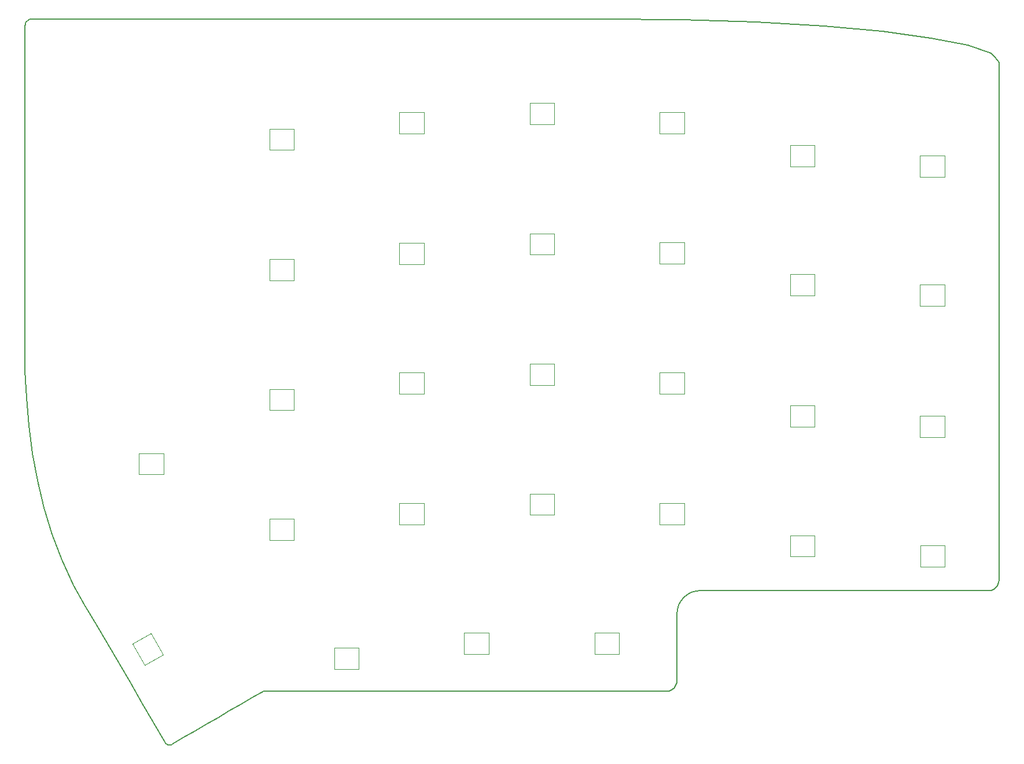
<source format=gm1>
G04 #@! TF.GenerationSoftware,KiCad,Pcbnew,(5.99.0-12610-g07e01e6297)*
G04 #@! TF.CreationDate,2022-01-25T15:54:24+00:00*
G04 #@! TF.ProjectId,Lily58,4c696c79-3538-42e6-9b69-6361645f7063,rev?*
G04 #@! TF.SameCoordinates,Original*
G04 #@! TF.FileFunction,Profile,NP*
%FSLAX46Y46*%
G04 Gerber Fmt 4.6, Leading zero omitted, Abs format (unit mm)*
G04 Created by KiCad (PCBNEW (5.99.0-12610-g07e01e6297)) date 2022-01-25 15:54:24*
%MOMM*%
%LPD*%
G01*
G04 APERTURE LIST*
G04 #@! TA.AperFunction,Profile*
%ADD10C,0.200000*%
G04 #@! TD*
G04 #@! TA.AperFunction,Profile*
%ADD11C,0.120000*%
G04 #@! TD*
G04 APERTURE END LIST*
D10*
X104803877Y-37086762D02*
X94400000Y-37086762D01*
X82937528Y-82285296D02*
X82937528Y-75978362D01*
X82937528Y-75978362D02*
X82937528Y-69671429D01*
X82937528Y-88592229D02*
X82937528Y-82285296D01*
X177658308Y-135255660D02*
X177403500Y-135393876D01*
X83776462Y-37108075D02*
X83988210Y-37086762D01*
X93344258Y-125721062D02*
X95019952Y-128587381D01*
X224544152Y-120671952D02*
X224262495Y-120759288D01*
X162080304Y-135511658D02*
X169449826Y-135511658D01*
X225460000Y-71881623D02*
X225460000Y-81363245D01*
X112835230Y-138421062D02*
X114510925Y-137450923D01*
X111159536Y-139391201D02*
X112835230Y-138421062D01*
X94400000Y-37086762D02*
X83988210Y-37086762D01*
X91668563Y-122854742D02*
X93344258Y-125721062D01*
X178319348Y-130379933D02*
X178319348Y-131597973D01*
X89992869Y-119988423D02*
X91668563Y-122854742D01*
X178319348Y-124289735D02*
X178390391Y-123583911D01*
X225459999Y-119289735D02*
X225429552Y-119592231D01*
X125619545Y-37086762D02*
X115211711Y-37086762D01*
X125232695Y-135511658D02*
X132602217Y-135511658D01*
X225460000Y-100326490D02*
X225460000Y-109808112D01*
X181113524Y-120860778D02*
X181819348Y-120789735D01*
X225204001Y-120128696D02*
X225020912Y-120350648D01*
X225460000Y-109808112D02*
X225460000Y-119289735D01*
X218692418Y-120789735D02*
X223959999Y-120789735D01*
X103714328Y-143322532D02*
X103842470Y-143386445D01*
X197622092Y-120789735D02*
X202889673Y-120789735D01*
X224798960Y-120533736D02*
X224544152Y-120671952D01*
X103491837Y-143088150D02*
X103597295Y-143222884D01*
X208157255Y-120789735D02*
X213424836Y-120789735D01*
X82959523Y-37925015D02*
X83020657Y-37727855D01*
X215525697Y-39885159D02*
X208420758Y-38945561D01*
X224900000Y-42700000D02*
X225460000Y-43436755D01*
X178319348Y-134011658D02*
X178288901Y-134314154D01*
X101722730Y-140052659D02*
X103398425Y-142918979D01*
X225460000Y-43436755D02*
X225460000Y-52918378D01*
X83020657Y-37727855D02*
X83117409Y-37549489D01*
X84020972Y-100690825D02*
X84747083Y-104695246D01*
X225460000Y-62400000D02*
X225460000Y-71881623D01*
X88291758Y-116318073D02*
X89992869Y-119988423D01*
X139971738Y-135511658D02*
X147341260Y-135511658D01*
X178390391Y-123583911D02*
X178594174Y-122926713D01*
X178916678Y-122332160D02*
X179343884Y-121814271D01*
X178319348Y-124289735D02*
X178319348Y-125507775D01*
X208420758Y-38945561D02*
X199807654Y-38170488D01*
X189919538Y-37585374D02*
X178989563Y-37215654D01*
X116186619Y-136480784D02*
X117862313Y-135510645D01*
X156843047Y-37086762D02*
X146435213Y-37086762D01*
X178063349Y-134850619D02*
X177880261Y-135072571D01*
X147341260Y-135511658D02*
X154710782Y-135511658D01*
X177880261Y-135072571D02*
X177658308Y-135255660D01*
X224262495Y-120759288D02*
X223959999Y-120789735D01*
X104130206Y-143404468D02*
X104288864Y-143357278D01*
X224900000Y-42700000D02*
X224278471Y-42156190D01*
X82937528Y-50750629D02*
X82937528Y-44443695D01*
X82937528Y-44443695D02*
X82937528Y-38136762D01*
X178319348Y-127943854D02*
X178319348Y-129161894D01*
X107808147Y-141331479D02*
X109483841Y-140361340D01*
X225429552Y-119592231D02*
X225342217Y-119873887D01*
X132602217Y-135511658D02*
X139971738Y-135511658D01*
X83245570Y-37394123D02*
X83400937Y-37265961D01*
X82937528Y-38136762D02*
X82959523Y-37925015D01*
X220889319Y-40963847D02*
X215525697Y-39885159D01*
X95019952Y-128587381D02*
X96695647Y-131453701D01*
X178319348Y-131597973D02*
X178319348Y-132816013D01*
X225020912Y-120350648D02*
X224798960Y-120533736D01*
X178319348Y-126725814D02*
X178319348Y-127943854D01*
X213424836Y-120789735D02*
X218692418Y-120789735D01*
X178594174Y-122926713D02*
X178916678Y-122332160D01*
X225342217Y-119873887D02*
X225204001Y-120128696D01*
X167250881Y-37086762D02*
X156843047Y-37086762D01*
X180456326Y-121064561D02*
X181113524Y-120860778D01*
X83135690Y-92617561D02*
X83490297Y-96657663D01*
X103597295Y-143222884D02*
X103714328Y-143322532D01*
X117862313Y-135510645D02*
X125232695Y-135511658D01*
X109483841Y-140361340D02*
X111159536Y-139391201D01*
X225460000Y-81363245D02*
X225460000Y-90844867D01*
X96695647Y-131453701D02*
X98371341Y-134320020D01*
X115211711Y-37086762D02*
X104803877Y-37086762D01*
X224278471Y-42156190D02*
X220889319Y-40963847D01*
X82937528Y-57057562D02*
X82937528Y-50750629D01*
X202889673Y-120789735D02*
X208157255Y-120789735D01*
X82937528Y-63364495D02*
X82937528Y-57057562D01*
X178288901Y-134314154D02*
X178201565Y-134595810D01*
X103398425Y-142918979D02*
X103491837Y-143088150D01*
X83117409Y-37549489D02*
X83245570Y-37394123D01*
X199807654Y-38170488D02*
X189919538Y-37585374D01*
X192354511Y-120789735D02*
X197622092Y-120789735D01*
X179343884Y-121814271D02*
X179861773Y-121387065D01*
X187086929Y-120789735D02*
X192354511Y-120789735D01*
X178201565Y-134595810D02*
X178063349Y-134850619D01*
X178319348Y-125507775D02*
X178319348Y-126725814D01*
X100047036Y-137186340D02*
X101722730Y-140052659D01*
X178319348Y-132816013D02*
X178319348Y-134011658D01*
X103981252Y-143413974D02*
X104130206Y-143404468D01*
X225460000Y-90844867D02*
X225460000Y-100326490D01*
X104456758Y-143271756D02*
X106132452Y-142301617D01*
X146435213Y-37086762D02*
X136027379Y-37086762D01*
X98371341Y-134320020D02*
X100047036Y-137186340D01*
X178989563Y-37215654D02*
X167250881Y-37086762D01*
X82937528Y-69671429D02*
X82937528Y-63364495D01*
X225460000Y-52918378D02*
X225460000Y-62400000D01*
X103842470Y-143386445D02*
X103981252Y-143413974D01*
X177121844Y-135481211D02*
X176819348Y-135511658D01*
X136027379Y-37086762D02*
X125619545Y-37086762D01*
X154710782Y-135511658D02*
X162080304Y-135511658D01*
X169449826Y-135511658D02*
X176819348Y-135511658D01*
X177403500Y-135393876D02*
X177121844Y-135481211D01*
X104288864Y-143357278D02*
X104456758Y-143271756D01*
X114510925Y-137450923D02*
X116186619Y-136480784D01*
X84747083Y-104695246D02*
X85688004Y-108649127D01*
X86863105Y-112530670D02*
X88291758Y-116318073D01*
X179861773Y-121387065D02*
X180456326Y-121064561D01*
X83579303Y-37169210D02*
X83776462Y-37108075D01*
X85688004Y-108649127D02*
X86863105Y-112530670D01*
X106132452Y-142301617D02*
X107808147Y-141331479D01*
X83400937Y-37265961D02*
X83579303Y-37169210D01*
X83490297Y-96657663D02*
X84020972Y-100690825D01*
X181819348Y-120789735D02*
X187086929Y-120789735D01*
X82937528Y-88592229D02*
X83135690Y-92617561D01*
X178319348Y-129161894D02*
X178319348Y-130379933D01*
D11*
X175800000Y-50800000D02*
X175800000Y-53900000D01*
X179400000Y-50800000D02*
X175800000Y-50800000D01*
X175800000Y-53900000D02*
X179400000Y-53900000D01*
X179400000Y-53900000D02*
X179400000Y-50800000D01*
X98644040Y-128591154D02*
X100444040Y-131708846D01*
X103128718Y-130158846D02*
X101328718Y-127041154D01*
X101328718Y-127041154D02*
X98644040Y-128591154D01*
X100444040Y-131708846D02*
X103128718Y-130158846D01*
X122300000Y-53200000D02*
X118700000Y-53200000D01*
X122300000Y-56300000D02*
X122300000Y-53200000D01*
X118700000Y-56300000D02*
X122300000Y-56300000D01*
X118700000Y-53200000D02*
X118700000Y-56300000D01*
X175800000Y-111100000D02*
X179400000Y-111100000D01*
X175800000Y-108000000D02*
X175800000Y-111100000D01*
X179400000Y-108000000D02*
X175800000Y-108000000D01*
X179400000Y-111100000D02*
X179400000Y-108000000D01*
X150800000Y-126950000D02*
X147200000Y-126950000D01*
X147200000Y-130050000D02*
X150800000Y-130050000D01*
X147200000Y-126950000D02*
X147200000Y-130050000D01*
X150800000Y-130050000D02*
X150800000Y-126950000D01*
X103200000Y-103800000D02*
X103200000Y-100700000D01*
X99600000Y-103800000D02*
X103200000Y-103800000D01*
X99600000Y-100700000D02*
X99600000Y-103800000D01*
X103200000Y-100700000D02*
X99600000Y-100700000D01*
X122300000Y-72300000D02*
X118700000Y-72300000D01*
X118700000Y-72300000D02*
X118700000Y-75400000D01*
X122300000Y-75400000D02*
X122300000Y-72300000D01*
X118700000Y-75400000D02*
X122300000Y-75400000D01*
X160400000Y-90700000D02*
X160400000Y-87600000D01*
X160400000Y-87600000D02*
X156800000Y-87600000D01*
X156800000Y-90700000D02*
X160400000Y-90700000D01*
X156800000Y-87600000D02*
X156800000Y-90700000D01*
X217500000Y-76000000D02*
X213900000Y-76000000D01*
X213900000Y-76000000D02*
X213900000Y-79100000D01*
X213900000Y-79100000D02*
X217500000Y-79100000D01*
X217500000Y-79100000D02*
X217500000Y-76000000D01*
X213900000Y-60200000D02*
X217500000Y-60200000D01*
X217500000Y-60200000D02*
X217500000Y-57100000D01*
X213900000Y-57100000D02*
X213900000Y-60200000D01*
X217500000Y-57100000D02*
X213900000Y-57100000D01*
X194900000Y-93700000D02*
X194900000Y-96800000D01*
X198500000Y-96800000D02*
X198500000Y-93700000D01*
X194900000Y-96800000D02*
X198500000Y-96800000D01*
X198500000Y-93700000D02*
X194900000Y-93700000D01*
X160400000Y-106600000D02*
X156800000Y-106600000D01*
X156800000Y-109700000D02*
X160400000Y-109700000D01*
X156800000Y-106600000D02*
X156800000Y-109700000D01*
X160400000Y-109700000D02*
X160400000Y-106600000D01*
X194900000Y-74500000D02*
X194900000Y-77600000D01*
X194900000Y-77600000D02*
X198500000Y-77600000D01*
X198500000Y-74500000D02*
X194900000Y-74500000D01*
X198500000Y-77600000D02*
X198500000Y-74500000D01*
X156800000Y-49410000D02*
X156800000Y-52510000D01*
X160400000Y-49410000D02*
X156800000Y-49410000D01*
X160400000Y-52510000D02*
X160400000Y-49410000D01*
X156800000Y-52510000D02*
X160400000Y-52510000D01*
X217500000Y-95200000D02*
X213900000Y-95200000D01*
X213900000Y-95200000D02*
X213900000Y-98300000D01*
X213900000Y-98300000D02*
X217500000Y-98300000D01*
X217500000Y-98300000D02*
X217500000Y-95200000D01*
X141300000Y-111100000D02*
X141300000Y-108000000D01*
X137700000Y-108000000D02*
X137700000Y-111100000D01*
X137700000Y-111100000D02*
X141300000Y-111100000D01*
X141300000Y-108000000D02*
X137700000Y-108000000D01*
X137700000Y-92000000D02*
X141300000Y-92000000D01*
X137700000Y-88900000D02*
X137700000Y-92000000D01*
X141300000Y-88900000D02*
X137700000Y-88900000D01*
X141300000Y-92000000D02*
X141300000Y-88900000D01*
X198500000Y-55600000D02*
X194900000Y-55600000D01*
X194900000Y-58700000D02*
X198500000Y-58700000D01*
X194900000Y-55600000D02*
X194900000Y-58700000D01*
X198500000Y-58700000D02*
X198500000Y-55600000D01*
X137700000Y-73000000D02*
X141300000Y-73000000D01*
X141300000Y-73000000D02*
X141300000Y-69900000D01*
X137700000Y-69900000D02*
X137700000Y-73000000D01*
X141300000Y-69900000D02*
X137700000Y-69900000D01*
X169900000Y-126950000D02*
X166300000Y-126950000D01*
X169900000Y-130050000D02*
X169900000Y-126950000D01*
X166300000Y-130050000D02*
X169900000Y-130050000D01*
X166300000Y-126950000D02*
X166300000Y-130050000D01*
X198500000Y-112700000D02*
X194900000Y-112700000D01*
X194900000Y-115800000D02*
X198500000Y-115800000D01*
X198500000Y-115800000D02*
X198500000Y-112700000D01*
X194900000Y-112700000D02*
X194900000Y-115800000D01*
X213950000Y-114200000D02*
X213950000Y-117300000D01*
X217550000Y-117300000D02*
X217550000Y-114200000D01*
X213950000Y-117300000D02*
X217550000Y-117300000D01*
X217550000Y-114200000D02*
X213950000Y-114200000D01*
X128200000Y-132300000D02*
X131800000Y-132300000D01*
X128200000Y-129200000D02*
X128200000Y-132300000D01*
X131800000Y-129200000D02*
X128200000Y-129200000D01*
X131800000Y-132300000D02*
X131800000Y-129200000D01*
X175800000Y-72900000D02*
X179400000Y-72900000D01*
X175800000Y-69800000D02*
X175800000Y-72900000D01*
X179400000Y-69800000D02*
X175800000Y-69800000D01*
X179400000Y-72900000D02*
X179400000Y-69800000D01*
X118700000Y-91300000D02*
X118700000Y-94400000D01*
X118700000Y-94400000D02*
X122300000Y-94400000D01*
X122300000Y-94400000D02*
X122300000Y-91300000D01*
X122300000Y-91300000D02*
X118700000Y-91300000D01*
X122300000Y-113400000D02*
X122300000Y-110300000D01*
X122300000Y-110300000D02*
X118700000Y-110300000D01*
X118700000Y-113400000D02*
X122300000Y-113400000D01*
X118700000Y-110300000D02*
X118700000Y-113400000D01*
X137700000Y-50800000D02*
X137700000Y-53900000D01*
X141300000Y-53900000D02*
X141300000Y-50800000D01*
X141300000Y-50800000D02*
X137700000Y-50800000D01*
X137700000Y-53900000D02*
X141300000Y-53900000D01*
X156800000Y-71600000D02*
X160400000Y-71600000D01*
X160400000Y-71600000D02*
X160400000Y-68500000D01*
X160400000Y-68500000D02*
X156800000Y-68500000D01*
X156800000Y-68500000D02*
X156800000Y-71600000D01*
X179400000Y-92000000D02*
X179400000Y-88900000D01*
X179400000Y-88900000D02*
X175800000Y-88900000D01*
X175800000Y-88900000D02*
X175800000Y-92000000D01*
X175800000Y-92000000D02*
X179400000Y-92000000D01*
M02*

</source>
